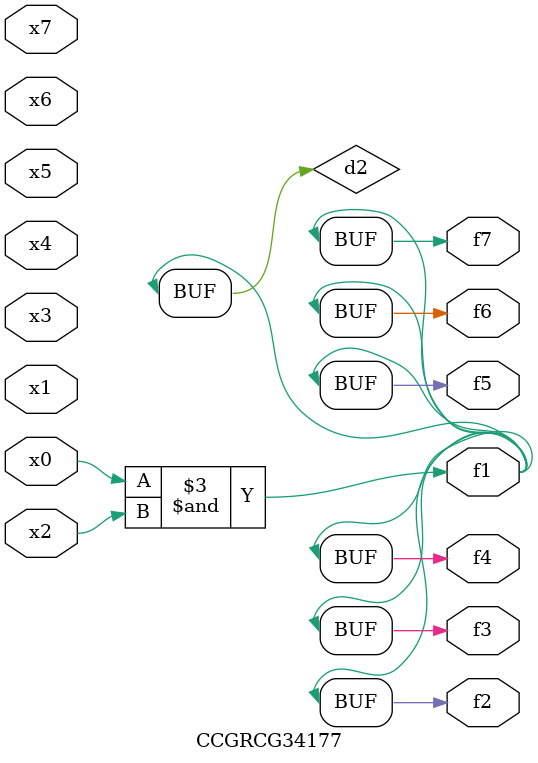
<source format=v>
module CCGRCG34177(
	input x0, x1, x2, x3, x4, x5, x6, x7,
	output f1, f2, f3, f4, f5, f6, f7
);

	wire d1, d2;

	nor (d1, x3, x6);
	and (d2, x0, x2);
	assign f1 = d2;
	assign f2 = d2;
	assign f3 = d2;
	assign f4 = d2;
	assign f5 = d2;
	assign f6 = d2;
	assign f7 = d2;
endmodule

</source>
